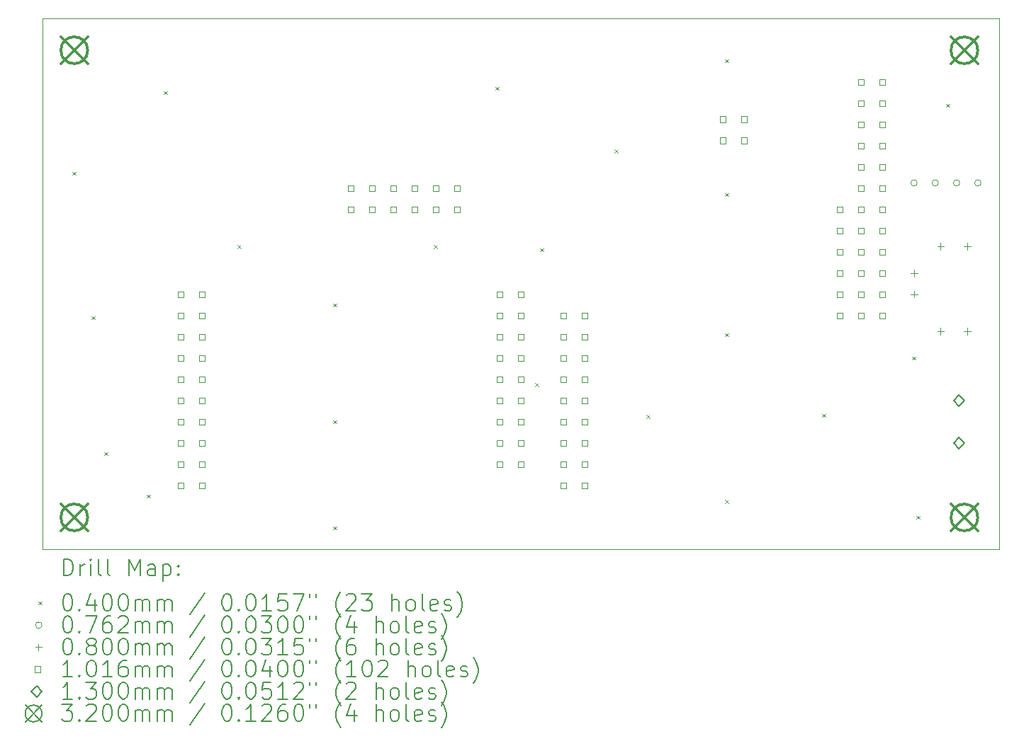
<source format=gbr>
%FSLAX45Y45*%
G04 Gerber Fmt 4.5, Leading zero omitted, Abs format (unit mm)*
G04 Created by KiCad (PCBNEW (6.0.5-0)) date 2022-08-12 12:05:39*
%MOMM*%
%LPD*%
G01*
G04 APERTURE LIST*
%TA.AperFunction,Profile*%
%ADD10C,0.100000*%
%TD*%
%ADD11C,0.200000*%
%ADD12C,0.040000*%
%ADD13C,0.076200*%
%ADD14C,0.080000*%
%ADD15C,0.101600*%
%ADD16C,0.130000*%
%ADD17C,0.320000*%
G04 APERTURE END LIST*
D10*
X9144000Y-6223000D02*
X20574000Y-6223000D01*
X20574000Y-6223000D02*
X20574000Y-12573000D01*
X20574000Y-12573000D02*
X9144000Y-12573000D01*
X9144000Y-12573000D02*
X9144000Y-6223000D01*
D11*
D12*
X9505000Y-8057200D02*
X9545000Y-8097200D01*
X9545000Y-8057200D02*
X9505000Y-8097200D01*
X9733600Y-9784400D02*
X9773600Y-9824400D01*
X9773600Y-9784400D02*
X9733600Y-9824400D01*
X9886000Y-11410000D02*
X9926000Y-11450000D01*
X9926000Y-11410000D02*
X9886000Y-11450000D01*
X10394000Y-11918000D02*
X10434000Y-11958000D01*
X10434000Y-11918000D02*
X10394000Y-11958000D01*
X10597200Y-7092000D02*
X10637200Y-7132000D01*
X10637200Y-7092000D02*
X10597200Y-7132000D01*
X11473500Y-8933500D02*
X11513500Y-8973500D01*
X11513500Y-8933500D02*
X11473500Y-8973500D01*
X12616500Y-9632000D02*
X12656500Y-9672000D01*
X12656500Y-9632000D02*
X12616500Y-9672000D01*
X12616500Y-11029000D02*
X12656500Y-11069000D01*
X12656500Y-11029000D02*
X12616500Y-11069000D01*
X12616500Y-12299000D02*
X12656500Y-12339000D01*
X12656500Y-12299000D02*
X12616500Y-12339000D01*
X13823000Y-8933500D02*
X13863000Y-8973500D01*
X13863000Y-8933500D02*
X13823000Y-8973500D01*
X14559600Y-7041200D02*
X14599600Y-7081200D01*
X14599600Y-7041200D02*
X14559600Y-7081200D01*
X15029500Y-10584500D02*
X15069500Y-10624500D01*
X15069500Y-10584500D02*
X15029500Y-10624500D01*
X15093000Y-8971600D02*
X15133000Y-9011600D01*
X15133000Y-8971600D02*
X15093000Y-9011600D01*
X15982000Y-7790500D02*
X16022000Y-7830500D01*
X16022000Y-7790500D02*
X15982000Y-7830500D01*
X16363000Y-10965500D02*
X16403000Y-11005500D01*
X16403000Y-10965500D02*
X16363000Y-11005500D01*
X17302800Y-6711000D02*
X17342800Y-6751000D01*
X17342800Y-6711000D02*
X17302800Y-6751000D01*
X17302800Y-8311200D02*
X17342800Y-8351200D01*
X17342800Y-8311200D02*
X17302800Y-8351200D01*
X17302800Y-9987600D02*
X17342800Y-10027600D01*
X17342800Y-9987600D02*
X17302800Y-10027600D01*
X17302800Y-11981500D02*
X17342800Y-12021500D01*
X17342800Y-11981500D02*
X17302800Y-12021500D01*
X18458500Y-10952800D02*
X18498500Y-10992800D01*
X18498500Y-10952800D02*
X18458500Y-10992800D01*
X19538000Y-10267000D02*
X19578000Y-10307000D01*
X19578000Y-10267000D02*
X19538000Y-10307000D01*
X19588800Y-12172000D02*
X19628800Y-12212000D01*
X19628800Y-12172000D02*
X19588800Y-12212000D01*
X19944400Y-7244400D02*
X19984400Y-7284400D01*
X19984400Y-7244400D02*
X19944400Y-7284400D01*
D13*
X19596100Y-8191500D02*
G75*
G03*
X19596100Y-8191500I-38100J0D01*
G01*
X19850100Y-8191500D02*
G75*
G03*
X19850100Y-8191500I-38100J0D01*
G01*
X20104100Y-8191500D02*
G75*
G03*
X20104100Y-8191500I-38100J0D01*
G01*
X20358100Y-8191500D02*
G75*
G03*
X20358100Y-8191500I-38100J0D01*
G01*
D14*
X19558000Y-9233000D02*
X19558000Y-9313000D01*
X19518000Y-9273000D02*
X19598000Y-9273000D01*
X19558000Y-9483000D02*
X19558000Y-9563000D01*
X19518000Y-9523000D02*
X19598000Y-9523000D01*
X19875500Y-8911500D02*
X19875500Y-8991500D01*
X19835500Y-8951500D02*
X19915500Y-8951500D01*
X19875500Y-9927500D02*
X19875500Y-10007500D01*
X19835500Y-9967500D02*
X19915500Y-9967500D01*
X20193000Y-8911500D02*
X20193000Y-8991500D01*
X20153000Y-8951500D02*
X20233000Y-8951500D01*
X20193000Y-9927500D02*
X20193000Y-10007500D01*
X20153000Y-9967500D02*
X20233000Y-9967500D01*
D15*
X10830921Y-9560921D02*
X10830921Y-9489079D01*
X10759079Y-9489079D01*
X10759079Y-9560921D01*
X10830921Y-9560921D01*
X10830921Y-9814921D02*
X10830921Y-9743079D01*
X10759079Y-9743079D01*
X10759079Y-9814921D01*
X10830921Y-9814921D01*
X10830921Y-10068921D02*
X10830921Y-9997079D01*
X10759079Y-9997079D01*
X10759079Y-10068921D01*
X10830921Y-10068921D01*
X10830921Y-10322921D02*
X10830921Y-10251079D01*
X10759079Y-10251079D01*
X10759079Y-10322921D01*
X10830921Y-10322921D01*
X10830921Y-10576921D02*
X10830921Y-10505079D01*
X10759079Y-10505079D01*
X10759079Y-10576921D01*
X10830921Y-10576921D01*
X10830921Y-10830921D02*
X10830921Y-10759079D01*
X10759079Y-10759079D01*
X10759079Y-10830921D01*
X10830921Y-10830921D01*
X10830921Y-11084921D02*
X10830921Y-11013079D01*
X10759079Y-11013079D01*
X10759079Y-11084921D01*
X10830921Y-11084921D01*
X10830921Y-11338921D02*
X10830921Y-11267079D01*
X10759079Y-11267079D01*
X10759079Y-11338921D01*
X10830921Y-11338921D01*
X10830921Y-11592921D02*
X10830921Y-11521079D01*
X10759079Y-11521079D01*
X10759079Y-11592921D01*
X10830921Y-11592921D01*
X10830921Y-11846921D02*
X10830921Y-11775079D01*
X10759079Y-11775079D01*
X10759079Y-11846921D01*
X10830921Y-11846921D01*
X11084921Y-9560921D02*
X11084921Y-9489079D01*
X11013079Y-9489079D01*
X11013079Y-9560921D01*
X11084921Y-9560921D01*
X11084921Y-9814921D02*
X11084921Y-9743079D01*
X11013079Y-9743079D01*
X11013079Y-9814921D01*
X11084921Y-9814921D01*
X11084921Y-10068921D02*
X11084921Y-9997079D01*
X11013079Y-9997079D01*
X11013079Y-10068921D01*
X11084921Y-10068921D01*
X11084921Y-10322921D02*
X11084921Y-10251079D01*
X11013079Y-10251079D01*
X11013079Y-10322921D01*
X11084921Y-10322921D01*
X11084921Y-10576921D02*
X11084921Y-10505079D01*
X11013079Y-10505079D01*
X11013079Y-10576921D01*
X11084921Y-10576921D01*
X11084921Y-10830921D02*
X11084921Y-10759079D01*
X11013079Y-10759079D01*
X11013079Y-10830921D01*
X11084921Y-10830921D01*
X11084921Y-11084921D02*
X11084921Y-11013079D01*
X11013079Y-11013079D01*
X11013079Y-11084921D01*
X11084921Y-11084921D01*
X11084921Y-11338921D02*
X11084921Y-11267079D01*
X11013079Y-11267079D01*
X11013079Y-11338921D01*
X11084921Y-11338921D01*
X11084921Y-11592921D02*
X11084921Y-11521079D01*
X11013079Y-11521079D01*
X11013079Y-11592921D01*
X11084921Y-11592921D01*
X11084921Y-11846921D02*
X11084921Y-11775079D01*
X11013079Y-11775079D01*
X11013079Y-11846921D01*
X11084921Y-11846921D01*
X12862921Y-8290921D02*
X12862921Y-8219079D01*
X12791079Y-8219079D01*
X12791079Y-8290921D01*
X12862921Y-8290921D01*
X12862921Y-8544921D02*
X12862921Y-8473079D01*
X12791079Y-8473079D01*
X12791079Y-8544921D01*
X12862921Y-8544921D01*
X13116921Y-8290921D02*
X13116921Y-8219079D01*
X13045079Y-8219079D01*
X13045079Y-8290921D01*
X13116921Y-8290921D01*
X13116921Y-8544921D02*
X13116921Y-8473079D01*
X13045079Y-8473079D01*
X13045079Y-8544921D01*
X13116921Y-8544921D01*
X13370921Y-8290921D02*
X13370921Y-8219079D01*
X13299079Y-8219079D01*
X13299079Y-8290921D01*
X13370921Y-8290921D01*
X13370921Y-8544921D02*
X13370921Y-8473079D01*
X13299079Y-8473079D01*
X13299079Y-8544921D01*
X13370921Y-8544921D01*
X13624921Y-8290921D02*
X13624921Y-8219079D01*
X13553079Y-8219079D01*
X13553079Y-8290921D01*
X13624921Y-8290921D01*
X13624921Y-8544921D02*
X13624921Y-8473079D01*
X13553079Y-8473079D01*
X13553079Y-8544921D01*
X13624921Y-8544921D01*
X13878921Y-8290921D02*
X13878921Y-8219079D01*
X13807079Y-8219079D01*
X13807079Y-8290921D01*
X13878921Y-8290921D01*
X13878921Y-8544921D02*
X13878921Y-8473079D01*
X13807079Y-8473079D01*
X13807079Y-8544921D01*
X13878921Y-8544921D01*
X14132921Y-8290921D02*
X14132921Y-8219079D01*
X14061079Y-8219079D01*
X14061079Y-8290921D01*
X14132921Y-8290921D01*
X14132921Y-8544921D02*
X14132921Y-8473079D01*
X14061079Y-8473079D01*
X14061079Y-8544921D01*
X14132921Y-8544921D01*
X14640921Y-9560921D02*
X14640921Y-9489079D01*
X14569079Y-9489079D01*
X14569079Y-9560921D01*
X14640921Y-9560921D01*
X14640921Y-9814921D02*
X14640921Y-9743079D01*
X14569079Y-9743079D01*
X14569079Y-9814921D01*
X14640921Y-9814921D01*
X14640921Y-10068921D02*
X14640921Y-9997079D01*
X14569079Y-9997079D01*
X14569079Y-10068921D01*
X14640921Y-10068921D01*
X14640921Y-10322921D02*
X14640921Y-10251079D01*
X14569079Y-10251079D01*
X14569079Y-10322921D01*
X14640921Y-10322921D01*
X14640921Y-10576921D02*
X14640921Y-10505079D01*
X14569079Y-10505079D01*
X14569079Y-10576921D01*
X14640921Y-10576921D01*
X14640921Y-10830921D02*
X14640921Y-10759079D01*
X14569079Y-10759079D01*
X14569079Y-10830921D01*
X14640921Y-10830921D01*
X14640921Y-11084921D02*
X14640921Y-11013079D01*
X14569079Y-11013079D01*
X14569079Y-11084921D01*
X14640921Y-11084921D01*
X14640921Y-11338921D02*
X14640921Y-11267079D01*
X14569079Y-11267079D01*
X14569079Y-11338921D01*
X14640921Y-11338921D01*
X14640921Y-11592921D02*
X14640921Y-11521079D01*
X14569079Y-11521079D01*
X14569079Y-11592921D01*
X14640921Y-11592921D01*
X14894921Y-9560921D02*
X14894921Y-9489079D01*
X14823079Y-9489079D01*
X14823079Y-9560921D01*
X14894921Y-9560921D01*
X14894921Y-9814921D02*
X14894921Y-9743079D01*
X14823079Y-9743079D01*
X14823079Y-9814921D01*
X14894921Y-9814921D01*
X14894921Y-10068921D02*
X14894921Y-9997079D01*
X14823079Y-9997079D01*
X14823079Y-10068921D01*
X14894921Y-10068921D01*
X14894921Y-10322921D02*
X14894921Y-10251079D01*
X14823079Y-10251079D01*
X14823079Y-10322921D01*
X14894921Y-10322921D01*
X14894921Y-10576921D02*
X14894921Y-10505079D01*
X14823079Y-10505079D01*
X14823079Y-10576921D01*
X14894921Y-10576921D01*
X14894921Y-10830921D02*
X14894921Y-10759079D01*
X14823079Y-10759079D01*
X14823079Y-10830921D01*
X14894921Y-10830921D01*
X14894921Y-11084921D02*
X14894921Y-11013079D01*
X14823079Y-11013079D01*
X14823079Y-11084921D01*
X14894921Y-11084921D01*
X14894921Y-11338921D02*
X14894921Y-11267079D01*
X14823079Y-11267079D01*
X14823079Y-11338921D01*
X14894921Y-11338921D01*
X14894921Y-11592921D02*
X14894921Y-11521079D01*
X14823079Y-11521079D01*
X14823079Y-11592921D01*
X14894921Y-11592921D01*
X15402921Y-9814921D02*
X15402921Y-9743079D01*
X15331079Y-9743079D01*
X15331079Y-9814921D01*
X15402921Y-9814921D01*
X15402921Y-10068921D02*
X15402921Y-9997079D01*
X15331079Y-9997079D01*
X15331079Y-10068921D01*
X15402921Y-10068921D01*
X15402921Y-10322921D02*
X15402921Y-10251079D01*
X15331079Y-10251079D01*
X15331079Y-10322921D01*
X15402921Y-10322921D01*
X15402921Y-10576921D02*
X15402921Y-10505079D01*
X15331079Y-10505079D01*
X15331079Y-10576921D01*
X15402921Y-10576921D01*
X15402921Y-10830921D02*
X15402921Y-10759079D01*
X15331079Y-10759079D01*
X15331079Y-10830921D01*
X15402921Y-10830921D01*
X15402921Y-11084921D02*
X15402921Y-11013079D01*
X15331079Y-11013079D01*
X15331079Y-11084921D01*
X15402921Y-11084921D01*
X15402921Y-11338921D02*
X15402921Y-11267079D01*
X15331079Y-11267079D01*
X15331079Y-11338921D01*
X15402921Y-11338921D01*
X15402921Y-11592921D02*
X15402921Y-11521079D01*
X15331079Y-11521079D01*
X15331079Y-11592921D01*
X15402921Y-11592921D01*
X15402921Y-11846921D02*
X15402921Y-11775079D01*
X15331079Y-11775079D01*
X15331079Y-11846921D01*
X15402921Y-11846921D01*
X15656921Y-9814921D02*
X15656921Y-9743079D01*
X15585079Y-9743079D01*
X15585079Y-9814921D01*
X15656921Y-9814921D01*
X15656921Y-10068921D02*
X15656921Y-9997079D01*
X15585079Y-9997079D01*
X15585079Y-10068921D01*
X15656921Y-10068921D01*
X15656921Y-10322921D02*
X15656921Y-10251079D01*
X15585079Y-10251079D01*
X15585079Y-10322921D01*
X15656921Y-10322921D01*
X15656921Y-10576921D02*
X15656921Y-10505079D01*
X15585079Y-10505079D01*
X15585079Y-10576921D01*
X15656921Y-10576921D01*
X15656921Y-10830921D02*
X15656921Y-10759079D01*
X15585079Y-10759079D01*
X15585079Y-10830921D01*
X15656921Y-10830921D01*
X15656921Y-11084921D02*
X15656921Y-11013079D01*
X15585079Y-11013079D01*
X15585079Y-11084921D01*
X15656921Y-11084921D01*
X15656921Y-11338921D02*
X15656921Y-11267079D01*
X15585079Y-11267079D01*
X15585079Y-11338921D01*
X15656921Y-11338921D01*
X15656921Y-11592921D02*
X15656921Y-11521079D01*
X15585079Y-11521079D01*
X15585079Y-11592921D01*
X15656921Y-11592921D01*
X15656921Y-11846921D02*
X15656921Y-11775079D01*
X15585079Y-11775079D01*
X15585079Y-11846921D01*
X15656921Y-11846921D01*
X17307921Y-7465421D02*
X17307921Y-7393579D01*
X17236079Y-7393579D01*
X17236079Y-7465421D01*
X17307921Y-7465421D01*
X17307921Y-7719421D02*
X17307921Y-7647579D01*
X17236079Y-7647579D01*
X17236079Y-7719421D01*
X17307921Y-7719421D01*
X17561921Y-7465421D02*
X17561921Y-7393579D01*
X17490079Y-7393579D01*
X17490079Y-7465421D01*
X17561921Y-7465421D01*
X17561921Y-7719421D02*
X17561921Y-7647579D01*
X17490079Y-7647579D01*
X17490079Y-7719421D01*
X17561921Y-7719421D01*
X18704921Y-8544921D02*
X18704921Y-8473079D01*
X18633079Y-8473079D01*
X18633079Y-8544921D01*
X18704921Y-8544921D01*
X18704921Y-8798921D02*
X18704921Y-8727079D01*
X18633079Y-8727079D01*
X18633079Y-8798921D01*
X18704921Y-8798921D01*
X18704921Y-9052921D02*
X18704921Y-8981079D01*
X18633079Y-8981079D01*
X18633079Y-9052921D01*
X18704921Y-9052921D01*
X18704921Y-9306921D02*
X18704921Y-9235079D01*
X18633079Y-9235079D01*
X18633079Y-9306921D01*
X18704921Y-9306921D01*
X18704921Y-9560921D02*
X18704921Y-9489079D01*
X18633079Y-9489079D01*
X18633079Y-9560921D01*
X18704921Y-9560921D01*
X18704921Y-9814921D02*
X18704921Y-9743079D01*
X18633079Y-9743079D01*
X18633079Y-9814921D01*
X18704921Y-9814921D01*
X18958921Y-7020921D02*
X18958921Y-6949079D01*
X18887079Y-6949079D01*
X18887079Y-7020921D01*
X18958921Y-7020921D01*
X18958921Y-7274921D02*
X18958921Y-7203079D01*
X18887079Y-7203079D01*
X18887079Y-7274921D01*
X18958921Y-7274921D01*
X18958921Y-7528921D02*
X18958921Y-7457079D01*
X18887079Y-7457079D01*
X18887079Y-7528921D01*
X18958921Y-7528921D01*
X18958921Y-7782921D02*
X18958921Y-7711079D01*
X18887079Y-7711079D01*
X18887079Y-7782921D01*
X18958921Y-7782921D01*
X18958921Y-8036921D02*
X18958921Y-7965079D01*
X18887079Y-7965079D01*
X18887079Y-8036921D01*
X18958921Y-8036921D01*
X18958921Y-8290921D02*
X18958921Y-8219079D01*
X18887079Y-8219079D01*
X18887079Y-8290921D01*
X18958921Y-8290921D01*
X18958921Y-8544921D02*
X18958921Y-8473079D01*
X18887079Y-8473079D01*
X18887079Y-8544921D01*
X18958921Y-8544921D01*
X18958921Y-8798921D02*
X18958921Y-8727079D01*
X18887079Y-8727079D01*
X18887079Y-8798921D01*
X18958921Y-8798921D01*
X18958921Y-9052921D02*
X18958921Y-8981079D01*
X18887079Y-8981079D01*
X18887079Y-9052921D01*
X18958921Y-9052921D01*
X18958921Y-9306921D02*
X18958921Y-9235079D01*
X18887079Y-9235079D01*
X18887079Y-9306921D01*
X18958921Y-9306921D01*
X18958921Y-9560921D02*
X18958921Y-9489079D01*
X18887079Y-9489079D01*
X18887079Y-9560921D01*
X18958921Y-9560921D01*
X18958921Y-9814921D02*
X18958921Y-9743079D01*
X18887079Y-9743079D01*
X18887079Y-9814921D01*
X18958921Y-9814921D01*
X19212921Y-7020921D02*
X19212921Y-6949079D01*
X19141079Y-6949079D01*
X19141079Y-7020921D01*
X19212921Y-7020921D01*
X19212921Y-7274921D02*
X19212921Y-7203079D01*
X19141079Y-7203079D01*
X19141079Y-7274921D01*
X19212921Y-7274921D01*
X19212921Y-7528921D02*
X19212921Y-7457079D01*
X19141079Y-7457079D01*
X19141079Y-7528921D01*
X19212921Y-7528921D01*
X19212921Y-7782921D02*
X19212921Y-7711079D01*
X19141079Y-7711079D01*
X19141079Y-7782921D01*
X19212921Y-7782921D01*
X19212921Y-8036921D02*
X19212921Y-7965079D01*
X19141079Y-7965079D01*
X19141079Y-8036921D01*
X19212921Y-8036921D01*
X19212921Y-8290921D02*
X19212921Y-8219079D01*
X19141079Y-8219079D01*
X19141079Y-8290921D01*
X19212921Y-8290921D01*
X19212921Y-8544921D02*
X19212921Y-8473079D01*
X19141079Y-8473079D01*
X19141079Y-8544921D01*
X19212921Y-8544921D01*
X19212921Y-8798921D02*
X19212921Y-8727079D01*
X19141079Y-8727079D01*
X19141079Y-8798921D01*
X19212921Y-8798921D01*
X19212921Y-9052921D02*
X19212921Y-8981079D01*
X19141079Y-8981079D01*
X19141079Y-9052921D01*
X19212921Y-9052921D01*
X19212921Y-9306921D02*
X19212921Y-9235079D01*
X19141079Y-9235079D01*
X19141079Y-9306921D01*
X19212921Y-9306921D01*
X19212921Y-9560921D02*
X19212921Y-9489079D01*
X19141079Y-9489079D01*
X19141079Y-9560921D01*
X19212921Y-9560921D01*
X19212921Y-9814921D02*
X19212921Y-9743079D01*
X19141079Y-9743079D01*
X19141079Y-9814921D01*
X19212921Y-9814921D01*
D16*
X20096500Y-10860500D02*
X20161500Y-10795500D01*
X20096500Y-10730500D01*
X20031500Y-10795500D01*
X20096500Y-10860500D01*
X20096500Y-11368500D02*
X20161500Y-11303500D01*
X20096500Y-11238500D01*
X20031500Y-11303500D01*
X20096500Y-11368500D01*
D17*
X9365000Y-6444000D02*
X9685000Y-6764000D01*
X9685000Y-6444000D02*
X9365000Y-6764000D01*
X9685000Y-6604000D02*
G75*
G03*
X9685000Y-6604000I-160000J0D01*
G01*
X9365000Y-12032000D02*
X9685000Y-12352000D01*
X9685000Y-12032000D02*
X9365000Y-12352000D01*
X9685000Y-12192000D02*
G75*
G03*
X9685000Y-12192000I-160000J0D01*
G01*
X20000000Y-12032500D02*
X20320000Y-12352500D01*
X20320000Y-12032500D02*
X20000000Y-12352500D01*
X20320000Y-12192500D02*
G75*
G03*
X20320000Y-12192500I-160000J0D01*
G01*
X20000000Y-6444500D02*
X20320000Y-6764500D01*
X20320000Y-6444500D02*
X20000000Y-6764500D01*
X20320000Y-6604500D02*
G75*
G03*
X20320000Y-6604500I-160000J0D01*
G01*
D11*
X9396619Y-12888476D02*
X9396619Y-12688476D01*
X9444238Y-12688476D01*
X9472810Y-12698000D01*
X9491857Y-12717048D01*
X9501381Y-12736095D01*
X9510905Y-12774190D01*
X9510905Y-12802762D01*
X9501381Y-12840857D01*
X9491857Y-12859905D01*
X9472810Y-12878952D01*
X9444238Y-12888476D01*
X9396619Y-12888476D01*
X9596619Y-12888476D02*
X9596619Y-12755143D01*
X9596619Y-12793238D02*
X9606143Y-12774190D01*
X9615667Y-12764667D01*
X9634714Y-12755143D01*
X9653762Y-12755143D01*
X9720429Y-12888476D02*
X9720429Y-12755143D01*
X9720429Y-12688476D02*
X9710905Y-12698000D01*
X9720429Y-12707524D01*
X9729952Y-12698000D01*
X9720429Y-12688476D01*
X9720429Y-12707524D01*
X9844238Y-12888476D02*
X9825190Y-12878952D01*
X9815667Y-12859905D01*
X9815667Y-12688476D01*
X9949000Y-12888476D02*
X9929952Y-12878952D01*
X9920429Y-12859905D01*
X9920429Y-12688476D01*
X10177571Y-12888476D02*
X10177571Y-12688476D01*
X10244238Y-12831333D01*
X10310905Y-12688476D01*
X10310905Y-12888476D01*
X10491857Y-12888476D02*
X10491857Y-12783714D01*
X10482333Y-12764667D01*
X10463286Y-12755143D01*
X10425190Y-12755143D01*
X10406143Y-12764667D01*
X10491857Y-12878952D02*
X10472810Y-12888476D01*
X10425190Y-12888476D01*
X10406143Y-12878952D01*
X10396619Y-12859905D01*
X10396619Y-12840857D01*
X10406143Y-12821809D01*
X10425190Y-12812286D01*
X10472810Y-12812286D01*
X10491857Y-12802762D01*
X10587095Y-12755143D02*
X10587095Y-12955143D01*
X10587095Y-12764667D02*
X10606143Y-12755143D01*
X10644238Y-12755143D01*
X10663286Y-12764667D01*
X10672810Y-12774190D01*
X10682333Y-12793238D01*
X10682333Y-12850381D01*
X10672810Y-12869428D01*
X10663286Y-12878952D01*
X10644238Y-12888476D01*
X10606143Y-12888476D01*
X10587095Y-12878952D01*
X10768048Y-12869428D02*
X10777571Y-12878952D01*
X10768048Y-12888476D01*
X10758524Y-12878952D01*
X10768048Y-12869428D01*
X10768048Y-12888476D01*
X10768048Y-12764667D02*
X10777571Y-12774190D01*
X10768048Y-12783714D01*
X10758524Y-12774190D01*
X10768048Y-12764667D01*
X10768048Y-12783714D01*
D12*
X9099000Y-13198000D02*
X9139000Y-13238000D01*
X9139000Y-13198000D02*
X9099000Y-13238000D01*
D11*
X9434714Y-13108476D02*
X9453762Y-13108476D01*
X9472810Y-13118000D01*
X9482333Y-13127524D01*
X9491857Y-13146571D01*
X9501381Y-13184667D01*
X9501381Y-13232286D01*
X9491857Y-13270381D01*
X9482333Y-13289428D01*
X9472810Y-13298952D01*
X9453762Y-13308476D01*
X9434714Y-13308476D01*
X9415667Y-13298952D01*
X9406143Y-13289428D01*
X9396619Y-13270381D01*
X9387095Y-13232286D01*
X9387095Y-13184667D01*
X9396619Y-13146571D01*
X9406143Y-13127524D01*
X9415667Y-13118000D01*
X9434714Y-13108476D01*
X9587095Y-13289428D02*
X9596619Y-13298952D01*
X9587095Y-13308476D01*
X9577571Y-13298952D01*
X9587095Y-13289428D01*
X9587095Y-13308476D01*
X9768048Y-13175143D02*
X9768048Y-13308476D01*
X9720429Y-13098952D02*
X9672810Y-13241809D01*
X9796619Y-13241809D01*
X9910905Y-13108476D02*
X9929952Y-13108476D01*
X9949000Y-13118000D01*
X9958524Y-13127524D01*
X9968048Y-13146571D01*
X9977571Y-13184667D01*
X9977571Y-13232286D01*
X9968048Y-13270381D01*
X9958524Y-13289428D01*
X9949000Y-13298952D01*
X9929952Y-13308476D01*
X9910905Y-13308476D01*
X9891857Y-13298952D01*
X9882333Y-13289428D01*
X9872810Y-13270381D01*
X9863286Y-13232286D01*
X9863286Y-13184667D01*
X9872810Y-13146571D01*
X9882333Y-13127524D01*
X9891857Y-13118000D01*
X9910905Y-13108476D01*
X10101381Y-13108476D02*
X10120429Y-13108476D01*
X10139476Y-13118000D01*
X10149000Y-13127524D01*
X10158524Y-13146571D01*
X10168048Y-13184667D01*
X10168048Y-13232286D01*
X10158524Y-13270381D01*
X10149000Y-13289428D01*
X10139476Y-13298952D01*
X10120429Y-13308476D01*
X10101381Y-13308476D01*
X10082333Y-13298952D01*
X10072810Y-13289428D01*
X10063286Y-13270381D01*
X10053762Y-13232286D01*
X10053762Y-13184667D01*
X10063286Y-13146571D01*
X10072810Y-13127524D01*
X10082333Y-13118000D01*
X10101381Y-13108476D01*
X10253762Y-13308476D02*
X10253762Y-13175143D01*
X10253762Y-13194190D02*
X10263286Y-13184667D01*
X10282333Y-13175143D01*
X10310905Y-13175143D01*
X10329952Y-13184667D01*
X10339476Y-13203714D01*
X10339476Y-13308476D01*
X10339476Y-13203714D02*
X10349000Y-13184667D01*
X10368048Y-13175143D01*
X10396619Y-13175143D01*
X10415667Y-13184667D01*
X10425190Y-13203714D01*
X10425190Y-13308476D01*
X10520429Y-13308476D02*
X10520429Y-13175143D01*
X10520429Y-13194190D02*
X10529952Y-13184667D01*
X10549000Y-13175143D01*
X10577571Y-13175143D01*
X10596619Y-13184667D01*
X10606143Y-13203714D01*
X10606143Y-13308476D01*
X10606143Y-13203714D02*
X10615667Y-13184667D01*
X10634714Y-13175143D01*
X10663286Y-13175143D01*
X10682333Y-13184667D01*
X10691857Y-13203714D01*
X10691857Y-13308476D01*
X11082333Y-13098952D02*
X10910905Y-13356095D01*
X11339476Y-13108476D02*
X11358524Y-13108476D01*
X11377571Y-13118000D01*
X11387095Y-13127524D01*
X11396619Y-13146571D01*
X11406143Y-13184667D01*
X11406143Y-13232286D01*
X11396619Y-13270381D01*
X11387095Y-13289428D01*
X11377571Y-13298952D01*
X11358524Y-13308476D01*
X11339476Y-13308476D01*
X11320428Y-13298952D01*
X11310905Y-13289428D01*
X11301381Y-13270381D01*
X11291857Y-13232286D01*
X11291857Y-13184667D01*
X11301381Y-13146571D01*
X11310905Y-13127524D01*
X11320428Y-13118000D01*
X11339476Y-13108476D01*
X11491857Y-13289428D02*
X11501381Y-13298952D01*
X11491857Y-13308476D01*
X11482333Y-13298952D01*
X11491857Y-13289428D01*
X11491857Y-13308476D01*
X11625190Y-13108476D02*
X11644238Y-13108476D01*
X11663286Y-13118000D01*
X11672809Y-13127524D01*
X11682333Y-13146571D01*
X11691857Y-13184667D01*
X11691857Y-13232286D01*
X11682333Y-13270381D01*
X11672809Y-13289428D01*
X11663286Y-13298952D01*
X11644238Y-13308476D01*
X11625190Y-13308476D01*
X11606143Y-13298952D01*
X11596619Y-13289428D01*
X11587095Y-13270381D01*
X11577571Y-13232286D01*
X11577571Y-13184667D01*
X11587095Y-13146571D01*
X11596619Y-13127524D01*
X11606143Y-13118000D01*
X11625190Y-13108476D01*
X11882333Y-13308476D02*
X11768048Y-13308476D01*
X11825190Y-13308476D02*
X11825190Y-13108476D01*
X11806143Y-13137048D01*
X11787095Y-13156095D01*
X11768048Y-13165619D01*
X12063286Y-13108476D02*
X11968048Y-13108476D01*
X11958524Y-13203714D01*
X11968048Y-13194190D01*
X11987095Y-13184667D01*
X12034714Y-13184667D01*
X12053762Y-13194190D01*
X12063286Y-13203714D01*
X12072809Y-13222762D01*
X12072809Y-13270381D01*
X12063286Y-13289428D01*
X12053762Y-13298952D01*
X12034714Y-13308476D01*
X11987095Y-13308476D01*
X11968048Y-13298952D01*
X11958524Y-13289428D01*
X12139476Y-13108476D02*
X12272809Y-13108476D01*
X12187095Y-13308476D01*
X12339476Y-13108476D02*
X12339476Y-13146571D01*
X12415667Y-13108476D02*
X12415667Y-13146571D01*
X12710905Y-13384667D02*
X12701381Y-13375143D01*
X12682333Y-13346571D01*
X12672809Y-13327524D01*
X12663286Y-13298952D01*
X12653762Y-13251333D01*
X12653762Y-13213238D01*
X12663286Y-13165619D01*
X12672809Y-13137048D01*
X12682333Y-13118000D01*
X12701381Y-13089428D01*
X12710905Y-13079905D01*
X12777571Y-13127524D02*
X12787095Y-13118000D01*
X12806143Y-13108476D01*
X12853762Y-13108476D01*
X12872809Y-13118000D01*
X12882333Y-13127524D01*
X12891857Y-13146571D01*
X12891857Y-13165619D01*
X12882333Y-13194190D01*
X12768048Y-13308476D01*
X12891857Y-13308476D01*
X12958524Y-13108476D02*
X13082333Y-13108476D01*
X13015667Y-13184667D01*
X13044238Y-13184667D01*
X13063286Y-13194190D01*
X13072809Y-13203714D01*
X13082333Y-13222762D01*
X13082333Y-13270381D01*
X13072809Y-13289428D01*
X13063286Y-13298952D01*
X13044238Y-13308476D01*
X12987095Y-13308476D01*
X12968048Y-13298952D01*
X12958524Y-13289428D01*
X13320428Y-13308476D02*
X13320428Y-13108476D01*
X13406143Y-13308476D02*
X13406143Y-13203714D01*
X13396619Y-13184667D01*
X13377571Y-13175143D01*
X13349000Y-13175143D01*
X13329952Y-13184667D01*
X13320428Y-13194190D01*
X13529952Y-13308476D02*
X13510905Y-13298952D01*
X13501381Y-13289428D01*
X13491857Y-13270381D01*
X13491857Y-13213238D01*
X13501381Y-13194190D01*
X13510905Y-13184667D01*
X13529952Y-13175143D01*
X13558524Y-13175143D01*
X13577571Y-13184667D01*
X13587095Y-13194190D01*
X13596619Y-13213238D01*
X13596619Y-13270381D01*
X13587095Y-13289428D01*
X13577571Y-13298952D01*
X13558524Y-13308476D01*
X13529952Y-13308476D01*
X13710905Y-13308476D02*
X13691857Y-13298952D01*
X13682333Y-13279905D01*
X13682333Y-13108476D01*
X13863286Y-13298952D02*
X13844238Y-13308476D01*
X13806143Y-13308476D01*
X13787095Y-13298952D01*
X13777571Y-13279905D01*
X13777571Y-13203714D01*
X13787095Y-13184667D01*
X13806143Y-13175143D01*
X13844238Y-13175143D01*
X13863286Y-13184667D01*
X13872809Y-13203714D01*
X13872809Y-13222762D01*
X13777571Y-13241809D01*
X13949000Y-13298952D02*
X13968048Y-13308476D01*
X14006143Y-13308476D01*
X14025190Y-13298952D01*
X14034714Y-13279905D01*
X14034714Y-13270381D01*
X14025190Y-13251333D01*
X14006143Y-13241809D01*
X13977571Y-13241809D01*
X13958524Y-13232286D01*
X13949000Y-13213238D01*
X13949000Y-13203714D01*
X13958524Y-13184667D01*
X13977571Y-13175143D01*
X14006143Y-13175143D01*
X14025190Y-13184667D01*
X14101381Y-13384667D02*
X14110905Y-13375143D01*
X14129952Y-13346571D01*
X14139476Y-13327524D01*
X14149000Y-13298952D01*
X14158524Y-13251333D01*
X14158524Y-13213238D01*
X14149000Y-13165619D01*
X14139476Y-13137048D01*
X14129952Y-13118000D01*
X14110905Y-13089428D01*
X14101381Y-13079905D01*
D13*
X9139000Y-13482000D02*
G75*
G03*
X9139000Y-13482000I-38100J0D01*
G01*
D11*
X9434714Y-13372476D02*
X9453762Y-13372476D01*
X9472810Y-13382000D01*
X9482333Y-13391524D01*
X9491857Y-13410571D01*
X9501381Y-13448667D01*
X9501381Y-13496286D01*
X9491857Y-13534381D01*
X9482333Y-13553428D01*
X9472810Y-13562952D01*
X9453762Y-13572476D01*
X9434714Y-13572476D01*
X9415667Y-13562952D01*
X9406143Y-13553428D01*
X9396619Y-13534381D01*
X9387095Y-13496286D01*
X9387095Y-13448667D01*
X9396619Y-13410571D01*
X9406143Y-13391524D01*
X9415667Y-13382000D01*
X9434714Y-13372476D01*
X9587095Y-13553428D02*
X9596619Y-13562952D01*
X9587095Y-13572476D01*
X9577571Y-13562952D01*
X9587095Y-13553428D01*
X9587095Y-13572476D01*
X9663286Y-13372476D02*
X9796619Y-13372476D01*
X9710905Y-13572476D01*
X9958524Y-13372476D02*
X9920429Y-13372476D01*
X9901381Y-13382000D01*
X9891857Y-13391524D01*
X9872810Y-13420095D01*
X9863286Y-13458190D01*
X9863286Y-13534381D01*
X9872810Y-13553428D01*
X9882333Y-13562952D01*
X9901381Y-13572476D01*
X9939476Y-13572476D01*
X9958524Y-13562952D01*
X9968048Y-13553428D01*
X9977571Y-13534381D01*
X9977571Y-13486762D01*
X9968048Y-13467714D01*
X9958524Y-13458190D01*
X9939476Y-13448667D01*
X9901381Y-13448667D01*
X9882333Y-13458190D01*
X9872810Y-13467714D01*
X9863286Y-13486762D01*
X10053762Y-13391524D02*
X10063286Y-13382000D01*
X10082333Y-13372476D01*
X10129952Y-13372476D01*
X10149000Y-13382000D01*
X10158524Y-13391524D01*
X10168048Y-13410571D01*
X10168048Y-13429619D01*
X10158524Y-13458190D01*
X10044238Y-13572476D01*
X10168048Y-13572476D01*
X10253762Y-13572476D02*
X10253762Y-13439143D01*
X10253762Y-13458190D02*
X10263286Y-13448667D01*
X10282333Y-13439143D01*
X10310905Y-13439143D01*
X10329952Y-13448667D01*
X10339476Y-13467714D01*
X10339476Y-13572476D01*
X10339476Y-13467714D02*
X10349000Y-13448667D01*
X10368048Y-13439143D01*
X10396619Y-13439143D01*
X10415667Y-13448667D01*
X10425190Y-13467714D01*
X10425190Y-13572476D01*
X10520429Y-13572476D02*
X10520429Y-13439143D01*
X10520429Y-13458190D02*
X10529952Y-13448667D01*
X10549000Y-13439143D01*
X10577571Y-13439143D01*
X10596619Y-13448667D01*
X10606143Y-13467714D01*
X10606143Y-13572476D01*
X10606143Y-13467714D02*
X10615667Y-13448667D01*
X10634714Y-13439143D01*
X10663286Y-13439143D01*
X10682333Y-13448667D01*
X10691857Y-13467714D01*
X10691857Y-13572476D01*
X11082333Y-13362952D02*
X10910905Y-13620095D01*
X11339476Y-13372476D02*
X11358524Y-13372476D01*
X11377571Y-13382000D01*
X11387095Y-13391524D01*
X11396619Y-13410571D01*
X11406143Y-13448667D01*
X11406143Y-13496286D01*
X11396619Y-13534381D01*
X11387095Y-13553428D01*
X11377571Y-13562952D01*
X11358524Y-13572476D01*
X11339476Y-13572476D01*
X11320428Y-13562952D01*
X11310905Y-13553428D01*
X11301381Y-13534381D01*
X11291857Y-13496286D01*
X11291857Y-13448667D01*
X11301381Y-13410571D01*
X11310905Y-13391524D01*
X11320428Y-13382000D01*
X11339476Y-13372476D01*
X11491857Y-13553428D02*
X11501381Y-13562952D01*
X11491857Y-13572476D01*
X11482333Y-13562952D01*
X11491857Y-13553428D01*
X11491857Y-13572476D01*
X11625190Y-13372476D02*
X11644238Y-13372476D01*
X11663286Y-13382000D01*
X11672809Y-13391524D01*
X11682333Y-13410571D01*
X11691857Y-13448667D01*
X11691857Y-13496286D01*
X11682333Y-13534381D01*
X11672809Y-13553428D01*
X11663286Y-13562952D01*
X11644238Y-13572476D01*
X11625190Y-13572476D01*
X11606143Y-13562952D01*
X11596619Y-13553428D01*
X11587095Y-13534381D01*
X11577571Y-13496286D01*
X11577571Y-13448667D01*
X11587095Y-13410571D01*
X11596619Y-13391524D01*
X11606143Y-13382000D01*
X11625190Y-13372476D01*
X11758524Y-13372476D02*
X11882333Y-13372476D01*
X11815667Y-13448667D01*
X11844238Y-13448667D01*
X11863286Y-13458190D01*
X11872809Y-13467714D01*
X11882333Y-13486762D01*
X11882333Y-13534381D01*
X11872809Y-13553428D01*
X11863286Y-13562952D01*
X11844238Y-13572476D01*
X11787095Y-13572476D01*
X11768048Y-13562952D01*
X11758524Y-13553428D01*
X12006143Y-13372476D02*
X12025190Y-13372476D01*
X12044238Y-13382000D01*
X12053762Y-13391524D01*
X12063286Y-13410571D01*
X12072809Y-13448667D01*
X12072809Y-13496286D01*
X12063286Y-13534381D01*
X12053762Y-13553428D01*
X12044238Y-13562952D01*
X12025190Y-13572476D01*
X12006143Y-13572476D01*
X11987095Y-13562952D01*
X11977571Y-13553428D01*
X11968048Y-13534381D01*
X11958524Y-13496286D01*
X11958524Y-13448667D01*
X11968048Y-13410571D01*
X11977571Y-13391524D01*
X11987095Y-13382000D01*
X12006143Y-13372476D01*
X12196619Y-13372476D02*
X12215667Y-13372476D01*
X12234714Y-13382000D01*
X12244238Y-13391524D01*
X12253762Y-13410571D01*
X12263286Y-13448667D01*
X12263286Y-13496286D01*
X12253762Y-13534381D01*
X12244238Y-13553428D01*
X12234714Y-13562952D01*
X12215667Y-13572476D01*
X12196619Y-13572476D01*
X12177571Y-13562952D01*
X12168048Y-13553428D01*
X12158524Y-13534381D01*
X12149000Y-13496286D01*
X12149000Y-13448667D01*
X12158524Y-13410571D01*
X12168048Y-13391524D01*
X12177571Y-13382000D01*
X12196619Y-13372476D01*
X12339476Y-13372476D02*
X12339476Y-13410571D01*
X12415667Y-13372476D02*
X12415667Y-13410571D01*
X12710905Y-13648667D02*
X12701381Y-13639143D01*
X12682333Y-13610571D01*
X12672809Y-13591524D01*
X12663286Y-13562952D01*
X12653762Y-13515333D01*
X12653762Y-13477238D01*
X12663286Y-13429619D01*
X12672809Y-13401048D01*
X12682333Y-13382000D01*
X12701381Y-13353428D01*
X12710905Y-13343905D01*
X12872809Y-13439143D02*
X12872809Y-13572476D01*
X12825190Y-13362952D02*
X12777571Y-13505809D01*
X12901381Y-13505809D01*
X13129952Y-13572476D02*
X13129952Y-13372476D01*
X13215667Y-13572476D02*
X13215667Y-13467714D01*
X13206143Y-13448667D01*
X13187095Y-13439143D01*
X13158524Y-13439143D01*
X13139476Y-13448667D01*
X13129952Y-13458190D01*
X13339476Y-13572476D02*
X13320428Y-13562952D01*
X13310905Y-13553428D01*
X13301381Y-13534381D01*
X13301381Y-13477238D01*
X13310905Y-13458190D01*
X13320428Y-13448667D01*
X13339476Y-13439143D01*
X13368048Y-13439143D01*
X13387095Y-13448667D01*
X13396619Y-13458190D01*
X13406143Y-13477238D01*
X13406143Y-13534381D01*
X13396619Y-13553428D01*
X13387095Y-13562952D01*
X13368048Y-13572476D01*
X13339476Y-13572476D01*
X13520428Y-13572476D02*
X13501381Y-13562952D01*
X13491857Y-13543905D01*
X13491857Y-13372476D01*
X13672809Y-13562952D02*
X13653762Y-13572476D01*
X13615667Y-13572476D01*
X13596619Y-13562952D01*
X13587095Y-13543905D01*
X13587095Y-13467714D01*
X13596619Y-13448667D01*
X13615667Y-13439143D01*
X13653762Y-13439143D01*
X13672809Y-13448667D01*
X13682333Y-13467714D01*
X13682333Y-13486762D01*
X13587095Y-13505809D01*
X13758524Y-13562952D02*
X13777571Y-13572476D01*
X13815667Y-13572476D01*
X13834714Y-13562952D01*
X13844238Y-13543905D01*
X13844238Y-13534381D01*
X13834714Y-13515333D01*
X13815667Y-13505809D01*
X13787095Y-13505809D01*
X13768048Y-13496286D01*
X13758524Y-13477238D01*
X13758524Y-13467714D01*
X13768048Y-13448667D01*
X13787095Y-13439143D01*
X13815667Y-13439143D01*
X13834714Y-13448667D01*
X13910905Y-13648667D02*
X13920428Y-13639143D01*
X13939476Y-13610571D01*
X13949000Y-13591524D01*
X13958524Y-13562952D01*
X13968048Y-13515333D01*
X13968048Y-13477238D01*
X13958524Y-13429619D01*
X13949000Y-13401048D01*
X13939476Y-13382000D01*
X13920428Y-13353428D01*
X13910905Y-13343905D01*
D14*
X9099000Y-13706000D02*
X9099000Y-13786000D01*
X9059000Y-13746000D02*
X9139000Y-13746000D01*
D11*
X9434714Y-13636476D02*
X9453762Y-13636476D01*
X9472810Y-13646000D01*
X9482333Y-13655524D01*
X9491857Y-13674571D01*
X9501381Y-13712667D01*
X9501381Y-13760286D01*
X9491857Y-13798381D01*
X9482333Y-13817428D01*
X9472810Y-13826952D01*
X9453762Y-13836476D01*
X9434714Y-13836476D01*
X9415667Y-13826952D01*
X9406143Y-13817428D01*
X9396619Y-13798381D01*
X9387095Y-13760286D01*
X9387095Y-13712667D01*
X9396619Y-13674571D01*
X9406143Y-13655524D01*
X9415667Y-13646000D01*
X9434714Y-13636476D01*
X9587095Y-13817428D02*
X9596619Y-13826952D01*
X9587095Y-13836476D01*
X9577571Y-13826952D01*
X9587095Y-13817428D01*
X9587095Y-13836476D01*
X9710905Y-13722190D02*
X9691857Y-13712667D01*
X9682333Y-13703143D01*
X9672810Y-13684095D01*
X9672810Y-13674571D01*
X9682333Y-13655524D01*
X9691857Y-13646000D01*
X9710905Y-13636476D01*
X9749000Y-13636476D01*
X9768048Y-13646000D01*
X9777571Y-13655524D01*
X9787095Y-13674571D01*
X9787095Y-13684095D01*
X9777571Y-13703143D01*
X9768048Y-13712667D01*
X9749000Y-13722190D01*
X9710905Y-13722190D01*
X9691857Y-13731714D01*
X9682333Y-13741238D01*
X9672810Y-13760286D01*
X9672810Y-13798381D01*
X9682333Y-13817428D01*
X9691857Y-13826952D01*
X9710905Y-13836476D01*
X9749000Y-13836476D01*
X9768048Y-13826952D01*
X9777571Y-13817428D01*
X9787095Y-13798381D01*
X9787095Y-13760286D01*
X9777571Y-13741238D01*
X9768048Y-13731714D01*
X9749000Y-13722190D01*
X9910905Y-13636476D02*
X9929952Y-13636476D01*
X9949000Y-13646000D01*
X9958524Y-13655524D01*
X9968048Y-13674571D01*
X9977571Y-13712667D01*
X9977571Y-13760286D01*
X9968048Y-13798381D01*
X9958524Y-13817428D01*
X9949000Y-13826952D01*
X9929952Y-13836476D01*
X9910905Y-13836476D01*
X9891857Y-13826952D01*
X9882333Y-13817428D01*
X9872810Y-13798381D01*
X9863286Y-13760286D01*
X9863286Y-13712667D01*
X9872810Y-13674571D01*
X9882333Y-13655524D01*
X9891857Y-13646000D01*
X9910905Y-13636476D01*
X10101381Y-13636476D02*
X10120429Y-13636476D01*
X10139476Y-13646000D01*
X10149000Y-13655524D01*
X10158524Y-13674571D01*
X10168048Y-13712667D01*
X10168048Y-13760286D01*
X10158524Y-13798381D01*
X10149000Y-13817428D01*
X10139476Y-13826952D01*
X10120429Y-13836476D01*
X10101381Y-13836476D01*
X10082333Y-13826952D01*
X10072810Y-13817428D01*
X10063286Y-13798381D01*
X10053762Y-13760286D01*
X10053762Y-13712667D01*
X10063286Y-13674571D01*
X10072810Y-13655524D01*
X10082333Y-13646000D01*
X10101381Y-13636476D01*
X10253762Y-13836476D02*
X10253762Y-13703143D01*
X10253762Y-13722190D02*
X10263286Y-13712667D01*
X10282333Y-13703143D01*
X10310905Y-13703143D01*
X10329952Y-13712667D01*
X10339476Y-13731714D01*
X10339476Y-13836476D01*
X10339476Y-13731714D02*
X10349000Y-13712667D01*
X10368048Y-13703143D01*
X10396619Y-13703143D01*
X10415667Y-13712667D01*
X10425190Y-13731714D01*
X10425190Y-13836476D01*
X10520429Y-13836476D02*
X10520429Y-13703143D01*
X10520429Y-13722190D02*
X10529952Y-13712667D01*
X10549000Y-13703143D01*
X10577571Y-13703143D01*
X10596619Y-13712667D01*
X10606143Y-13731714D01*
X10606143Y-13836476D01*
X10606143Y-13731714D02*
X10615667Y-13712667D01*
X10634714Y-13703143D01*
X10663286Y-13703143D01*
X10682333Y-13712667D01*
X10691857Y-13731714D01*
X10691857Y-13836476D01*
X11082333Y-13626952D02*
X10910905Y-13884095D01*
X11339476Y-13636476D02*
X11358524Y-13636476D01*
X11377571Y-13646000D01*
X11387095Y-13655524D01*
X11396619Y-13674571D01*
X11406143Y-13712667D01*
X11406143Y-13760286D01*
X11396619Y-13798381D01*
X11387095Y-13817428D01*
X11377571Y-13826952D01*
X11358524Y-13836476D01*
X11339476Y-13836476D01*
X11320428Y-13826952D01*
X11310905Y-13817428D01*
X11301381Y-13798381D01*
X11291857Y-13760286D01*
X11291857Y-13712667D01*
X11301381Y-13674571D01*
X11310905Y-13655524D01*
X11320428Y-13646000D01*
X11339476Y-13636476D01*
X11491857Y-13817428D02*
X11501381Y-13826952D01*
X11491857Y-13836476D01*
X11482333Y-13826952D01*
X11491857Y-13817428D01*
X11491857Y-13836476D01*
X11625190Y-13636476D02*
X11644238Y-13636476D01*
X11663286Y-13646000D01*
X11672809Y-13655524D01*
X11682333Y-13674571D01*
X11691857Y-13712667D01*
X11691857Y-13760286D01*
X11682333Y-13798381D01*
X11672809Y-13817428D01*
X11663286Y-13826952D01*
X11644238Y-13836476D01*
X11625190Y-13836476D01*
X11606143Y-13826952D01*
X11596619Y-13817428D01*
X11587095Y-13798381D01*
X11577571Y-13760286D01*
X11577571Y-13712667D01*
X11587095Y-13674571D01*
X11596619Y-13655524D01*
X11606143Y-13646000D01*
X11625190Y-13636476D01*
X11758524Y-13636476D02*
X11882333Y-13636476D01*
X11815667Y-13712667D01*
X11844238Y-13712667D01*
X11863286Y-13722190D01*
X11872809Y-13731714D01*
X11882333Y-13750762D01*
X11882333Y-13798381D01*
X11872809Y-13817428D01*
X11863286Y-13826952D01*
X11844238Y-13836476D01*
X11787095Y-13836476D01*
X11768048Y-13826952D01*
X11758524Y-13817428D01*
X12072809Y-13836476D02*
X11958524Y-13836476D01*
X12015667Y-13836476D02*
X12015667Y-13636476D01*
X11996619Y-13665048D01*
X11977571Y-13684095D01*
X11958524Y-13693619D01*
X12253762Y-13636476D02*
X12158524Y-13636476D01*
X12149000Y-13731714D01*
X12158524Y-13722190D01*
X12177571Y-13712667D01*
X12225190Y-13712667D01*
X12244238Y-13722190D01*
X12253762Y-13731714D01*
X12263286Y-13750762D01*
X12263286Y-13798381D01*
X12253762Y-13817428D01*
X12244238Y-13826952D01*
X12225190Y-13836476D01*
X12177571Y-13836476D01*
X12158524Y-13826952D01*
X12149000Y-13817428D01*
X12339476Y-13636476D02*
X12339476Y-13674571D01*
X12415667Y-13636476D02*
X12415667Y-13674571D01*
X12710905Y-13912667D02*
X12701381Y-13903143D01*
X12682333Y-13874571D01*
X12672809Y-13855524D01*
X12663286Y-13826952D01*
X12653762Y-13779333D01*
X12653762Y-13741238D01*
X12663286Y-13693619D01*
X12672809Y-13665048D01*
X12682333Y-13646000D01*
X12701381Y-13617428D01*
X12710905Y-13607905D01*
X12872809Y-13636476D02*
X12834714Y-13636476D01*
X12815667Y-13646000D01*
X12806143Y-13655524D01*
X12787095Y-13684095D01*
X12777571Y-13722190D01*
X12777571Y-13798381D01*
X12787095Y-13817428D01*
X12796619Y-13826952D01*
X12815667Y-13836476D01*
X12853762Y-13836476D01*
X12872809Y-13826952D01*
X12882333Y-13817428D01*
X12891857Y-13798381D01*
X12891857Y-13750762D01*
X12882333Y-13731714D01*
X12872809Y-13722190D01*
X12853762Y-13712667D01*
X12815667Y-13712667D01*
X12796619Y-13722190D01*
X12787095Y-13731714D01*
X12777571Y-13750762D01*
X13129952Y-13836476D02*
X13129952Y-13636476D01*
X13215667Y-13836476D02*
X13215667Y-13731714D01*
X13206143Y-13712667D01*
X13187095Y-13703143D01*
X13158524Y-13703143D01*
X13139476Y-13712667D01*
X13129952Y-13722190D01*
X13339476Y-13836476D02*
X13320428Y-13826952D01*
X13310905Y-13817428D01*
X13301381Y-13798381D01*
X13301381Y-13741238D01*
X13310905Y-13722190D01*
X13320428Y-13712667D01*
X13339476Y-13703143D01*
X13368048Y-13703143D01*
X13387095Y-13712667D01*
X13396619Y-13722190D01*
X13406143Y-13741238D01*
X13406143Y-13798381D01*
X13396619Y-13817428D01*
X13387095Y-13826952D01*
X13368048Y-13836476D01*
X13339476Y-13836476D01*
X13520428Y-13836476D02*
X13501381Y-13826952D01*
X13491857Y-13807905D01*
X13491857Y-13636476D01*
X13672809Y-13826952D02*
X13653762Y-13836476D01*
X13615667Y-13836476D01*
X13596619Y-13826952D01*
X13587095Y-13807905D01*
X13587095Y-13731714D01*
X13596619Y-13712667D01*
X13615667Y-13703143D01*
X13653762Y-13703143D01*
X13672809Y-13712667D01*
X13682333Y-13731714D01*
X13682333Y-13750762D01*
X13587095Y-13769809D01*
X13758524Y-13826952D02*
X13777571Y-13836476D01*
X13815667Y-13836476D01*
X13834714Y-13826952D01*
X13844238Y-13807905D01*
X13844238Y-13798381D01*
X13834714Y-13779333D01*
X13815667Y-13769809D01*
X13787095Y-13769809D01*
X13768048Y-13760286D01*
X13758524Y-13741238D01*
X13758524Y-13731714D01*
X13768048Y-13712667D01*
X13787095Y-13703143D01*
X13815667Y-13703143D01*
X13834714Y-13712667D01*
X13910905Y-13912667D02*
X13920428Y-13903143D01*
X13939476Y-13874571D01*
X13949000Y-13855524D01*
X13958524Y-13826952D01*
X13968048Y-13779333D01*
X13968048Y-13741238D01*
X13958524Y-13693619D01*
X13949000Y-13665048D01*
X13939476Y-13646000D01*
X13920428Y-13617428D01*
X13910905Y-13607905D01*
D15*
X9124121Y-14045921D02*
X9124121Y-13974079D01*
X9052279Y-13974079D01*
X9052279Y-14045921D01*
X9124121Y-14045921D01*
D11*
X9501381Y-14100476D02*
X9387095Y-14100476D01*
X9444238Y-14100476D02*
X9444238Y-13900476D01*
X9425190Y-13929048D01*
X9406143Y-13948095D01*
X9387095Y-13957619D01*
X9587095Y-14081428D02*
X9596619Y-14090952D01*
X9587095Y-14100476D01*
X9577571Y-14090952D01*
X9587095Y-14081428D01*
X9587095Y-14100476D01*
X9720429Y-13900476D02*
X9739476Y-13900476D01*
X9758524Y-13910000D01*
X9768048Y-13919524D01*
X9777571Y-13938571D01*
X9787095Y-13976667D01*
X9787095Y-14024286D01*
X9777571Y-14062381D01*
X9768048Y-14081428D01*
X9758524Y-14090952D01*
X9739476Y-14100476D01*
X9720429Y-14100476D01*
X9701381Y-14090952D01*
X9691857Y-14081428D01*
X9682333Y-14062381D01*
X9672810Y-14024286D01*
X9672810Y-13976667D01*
X9682333Y-13938571D01*
X9691857Y-13919524D01*
X9701381Y-13910000D01*
X9720429Y-13900476D01*
X9977571Y-14100476D02*
X9863286Y-14100476D01*
X9920429Y-14100476D02*
X9920429Y-13900476D01*
X9901381Y-13929048D01*
X9882333Y-13948095D01*
X9863286Y-13957619D01*
X10149000Y-13900476D02*
X10110905Y-13900476D01*
X10091857Y-13910000D01*
X10082333Y-13919524D01*
X10063286Y-13948095D01*
X10053762Y-13986190D01*
X10053762Y-14062381D01*
X10063286Y-14081428D01*
X10072810Y-14090952D01*
X10091857Y-14100476D01*
X10129952Y-14100476D01*
X10149000Y-14090952D01*
X10158524Y-14081428D01*
X10168048Y-14062381D01*
X10168048Y-14014762D01*
X10158524Y-13995714D01*
X10149000Y-13986190D01*
X10129952Y-13976667D01*
X10091857Y-13976667D01*
X10072810Y-13986190D01*
X10063286Y-13995714D01*
X10053762Y-14014762D01*
X10253762Y-14100476D02*
X10253762Y-13967143D01*
X10253762Y-13986190D02*
X10263286Y-13976667D01*
X10282333Y-13967143D01*
X10310905Y-13967143D01*
X10329952Y-13976667D01*
X10339476Y-13995714D01*
X10339476Y-14100476D01*
X10339476Y-13995714D02*
X10349000Y-13976667D01*
X10368048Y-13967143D01*
X10396619Y-13967143D01*
X10415667Y-13976667D01*
X10425190Y-13995714D01*
X10425190Y-14100476D01*
X10520429Y-14100476D02*
X10520429Y-13967143D01*
X10520429Y-13986190D02*
X10529952Y-13976667D01*
X10549000Y-13967143D01*
X10577571Y-13967143D01*
X10596619Y-13976667D01*
X10606143Y-13995714D01*
X10606143Y-14100476D01*
X10606143Y-13995714D02*
X10615667Y-13976667D01*
X10634714Y-13967143D01*
X10663286Y-13967143D01*
X10682333Y-13976667D01*
X10691857Y-13995714D01*
X10691857Y-14100476D01*
X11082333Y-13890952D02*
X10910905Y-14148095D01*
X11339476Y-13900476D02*
X11358524Y-13900476D01*
X11377571Y-13910000D01*
X11387095Y-13919524D01*
X11396619Y-13938571D01*
X11406143Y-13976667D01*
X11406143Y-14024286D01*
X11396619Y-14062381D01*
X11387095Y-14081428D01*
X11377571Y-14090952D01*
X11358524Y-14100476D01*
X11339476Y-14100476D01*
X11320428Y-14090952D01*
X11310905Y-14081428D01*
X11301381Y-14062381D01*
X11291857Y-14024286D01*
X11291857Y-13976667D01*
X11301381Y-13938571D01*
X11310905Y-13919524D01*
X11320428Y-13910000D01*
X11339476Y-13900476D01*
X11491857Y-14081428D02*
X11501381Y-14090952D01*
X11491857Y-14100476D01*
X11482333Y-14090952D01*
X11491857Y-14081428D01*
X11491857Y-14100476D01*
X11625190Y-13900476D02*
X11644238Y-13900476D01*
X11663286Y-13910000D01*
X11672809Y-13919524D01*
X11682333Y-13938571D01*
X11691857Y-13976667D01*
X11691857Y-14024286D01*
X11682333Y-14062381D01*
X11672809Y-14081428D01*
X11663286Y-14090952D01*
X11644238Y-14100476D01*
X11625190Y-14100476D01*
X11606143Y-14090952D01*
X11596619Y-14081428D01*
X11587095Y-14062381D01*
X11577571Y-14024286D01*
X11577571Y-13976667D01*
X11587095Y-13938571D01*
X11596619Y-13919524D01*
X11606143Y-13910000D01*
X11625190Y-13900476D01*
X11863286Y-13967143D02*
X11863286Y-14100476D01*
X11815667Y-13890952D02*
X11768048Y-14033809D01*
X11891857Y-14033809D01*
X12006143Y-13900476D02*
X12025190Y-13900476D01*
X12044238Y-13910000D01*
X12053762Y-13919524D01*
X12063286Y-13938571D01*
X12072809Y-13976667D01*
X12072809Y-14024286D01*
X12063286Y-14062381D01*
X12053762Y-14081428D01*
X12044238Y-14090952D01*
X12025190Y-14100476D01*
X12006143Y-14100476D01*
X11987095Y-14090952D01*
X11977571Y-14081428D01*
X11968048Y-14062381D01*
X11958524Y-14024286D01*
X11958524Y-13976667D01*
X11968048Y-13938571D01*
X11977571Y-13919524D01*
X11987095Y-13910000D01*
X12006143Y-13900476D01*
X12196619Y-13900476D02*
X12215667Y-13900476D01*
X12234714Y-13910000D01*
X12244238Y-13919524D01*
X12253762Y-13938571D01*
X12263286Y-13976667D01*
X12263286Y-14024286D01*
X12253762Y-14062381D01*
X12244238Y-14081428D01*
X12234714Y-14090952D01*
X12215667Y-14100476D01*
X12196619Y-14100476D01*
X12177571Y-14090952D01*
X12168048Y-14081428D01*
X12158524Y-14062381D01*
X12149000Y-14024286D01*
X12149000Y-13976667D01*
X12158524Y-13938571D01*
X12168048Y-13919524D01*
X12177571Y-13910000D01*
X12196619Y-13900476D01*
X12339476Y-13900476D02*
X12339476Y-13938571D01*
X12415667Y-13900476D02*
X12415667Y-13938571D01*
X12710905Y-14176667D02*
X12701381Y-14167143D01*
X12682333Y-14138571D01*
X12672809Y-14119524D01*
X12663286Y-14090952D01*
X12653762Y-14043333D01*
X12653762Y-14005238D01*
X12663286Y-13957619D01*
X12672809Y-13929048D01*
X12682333Y-13910000D01*
X12701381Y-13881428D01*
X12710905Y-13871905D01*
X12891857Y-14100476D02*
X12777571Y-14100476D01*
X12834714Y-14100476D02*
X12834714Y-13900476D01*
X12815667Y-13929048D01*
X12796619Y-13948095D01*
X12777571Y-13957619D01*
X13015667Y-13900476D02*
X13034714Y-13900476D01*
X13053762Y-13910000D01*
X13063286Y-13919524D01*
X13072809Y-13938571D01*
X13082333Y-13976667D01*
X13082333Y-14024286D01*
X13072809Y-14062381D01*
X13063286Y-14081428D01*
X13053762Y-14090952D01*
X13034714Y-14100476D01*
X13015667Y-14100476D01*
X12996619Y-14090952D01*
X12987095Y-14081428D01*
X12977571Y-14062381D01*
X12968048Y-14024286D01*
X12968048Y-13976667D01*
X12977571Y-13938571D01*
X12987095Y-13919524D01*
X12996619Y-13910000D01*
X13015667Y-13900476D01*
X13158524Y-13919524D02*
X13168048Y-13910000D01*
X13187095Y-13900476D01*
X13234714Y-13900476D01*
X13253762Y-13910000D01*
X13263286Y-13919524D01*
X13272809Y-13938571D01*
X13272809Y-13957619D01*
X13263286Y-13986190D01*
X13149000Y-14100476D01*
X13272809Y-14100476D01*
X13510905Y-14100476D02*
X13510905Y-13900476D01*
X13596619Y-14100476D02*
X13596619Y-13995714D01*
X13587095Y-13976667D01*
X13568048Y-13967143D01*
X13539476Y-13967143D01*
X13520428Y-13976667D01*
X13510905Y-13986190D01*
X13720428Y-14100476D02*
X13701381Y-14090952D01*
X13691857Y-14081428D01*
X13682333Y-14062381D01*
X13682333Y-14005238D01*
X13691857Y-13986190D01*
X13701381Y-13976667D01*
X13720428Y-13967143D01*
X13749000Y-13967143D01*
X13768048Y-13976667D01*
X13777571Y-13986190D01*
X13787095Y-14005238D01*
X13787095Y-14062381D01*
X13777571Y-14081428D01*
X13768048Y-14090952D01*
X13749000Y-14100476D01*
X13720428Y-14100476D01*
X13901381Y-14100476D02*
X13882333Y-14090952D01*
X13872809Y-14071905D01*
X13872809Y-13900476D01*
X14053762Y-14090952D02*
X14034714Y-14100476D01*
X13996619Y-14100476D01*
X13977571Y-14090952D01*
X13968048Y-14071905D01*
X13968048Y-13995714D01*
X13977571Y-13976667D01*
X13996619Y-13967143D01*
X14034714Y-13967143D01*
X14053762Y-13976667D01*
X14063286Y-13995714D01*
X14063286Y-14014762D01*
X13968048Y-14033809D01*
X14139476Y-14090952D02*
X14158524Y-14100476D01*
X14196619Y-14100476D01*
X14215667Y-14090952D01*
X14225190Y-14071905D01*
X14225190Y-14062381D01*
X14215667Y-14043333D01*
X14196619Y-14033809D01*
X14168048Y-14033809D01*
X14149000Y-14024286D01*
X14139476Y-14005238D01*
X14139476Y-13995714D01*
X14149000Y-13976667D01*
X14168048Y-13967143D01*
X14196619Y-13967143D01*
X14215667Y-13976667D01*
X14291857Y-14176667D02*
X14301381Y-14167143D01*
X14320428Y-14138571D01*
X14329952Y-14119524D01*
X14339476Y-14090952D01*
X14349000Y-14043333D01*
X14349000Y-14005238D01*
X14339476Y-13957619D01*
X14329952Y-13929048D01*
X14320428Y-13910000D01*
X14301381Y-13881428D01*
X14291857Y-13871905D01*
D16*
X9074000Y-14339000D02*
X9139000Y-14274000D01*
X9074000Y-14209000D01*
X9009000Y-14274000D01*
X9074000Y-14339000D01*
D11*
X9501381Y-14364476D02*
X9387095Y-14364476D01*
X9444238Y-14364476D02*
X9444238Y-14164476D01*
X9425190Y-14193048D01*
X9406143Y-14212095D01*
X9387095Y-14221619D01*
X9587095Y-14345428D02*
X9596619Y-14354952D01*
X9587095Y-14364476D01*
X9577571Y-14354952D01*
X9587095Y-14345428D01*
X9587095Y-14364476D01*
X9663286Y-14164476D02*
X9787095Y-14164476D01*
X9720429Y-14240667D01*
X9749000Y-14240667D01*
X9768048Y-14250190D01*
X9777571Y-14259714D01*
X9787095Y-14278762D01*
X9787095Y-14326381D01*
X9777571Y-14345428D01*
X9768048Y-14354952D01*
X9749000Y-14364476D01*
X9691857Y-14364476D01*
X9672810Y-14354952D01*
X9663286Y-14345428D01*
X9910905Y-14164476D02*
X9929952Y-14164476D01*
X9949000Y-14174000D01*
X9958524Y-14183524D01*
X9968048Y-14202571D01*
X9977571Y-14240667D01*
X9977571Y-14288286D01*
X9968048Y-14326381D01*
X9958524Y-14345428D01*
X9949000Y-14354952D01*
X9929952Y-14364476D01*
X9910905Y-14364476D01*
X9891857Y-14354952D01*
X9882333Y-14345428D01*
X9872810Y-14326381D01*
X9863286Y-14288286D01*
X9863286Y-14240667D01*
X9872810Y-14202571D01*
X9882333Y-14183524D01*
X9891857Y-14174000D01*
X9910905Y-14164476D01*
X10101381Y-14164476D02*
X10120429Y-14164476D01*
X10139476Y-14174000D01*
X10149000Y-14183524D01*
X10158524Y-14202571D01*
X10168048Y-14240667D01*
X10168048Y-14288286D01*
X10158524Y-14326381D01*
X10149000Y-14345428D01*
X10139476Y-14354952D01*
X10120429Y-14364476D01*
X10101381Y-14364476D01*
X10082333Y-14354952D01*
X10072810Y-14345428D01*
X10063286Y-14326381D01*
X10053762Y-14288286D01*
X10053762Y-14240667D01*
X10063286Y-14202571D01*
X10072810Y-14183524D01*
X10082333Y-14174000D01*
X10101381Y-14164476D01*
X10253762Y-14364476D02*
X10253762Y-14231143D01*
X10253762Y-14250190D02*
X10263286Y-14240667D01*
X10282333Y-14231143D01*
X10310905Y-14231143D01*
X10329952Y-14240667D01*
X10339476Y-14259714D01*
X10339476Y-14364476D01*
X10339476Y-14259714D02*
X10349000Y-14240667D01*
X10368048Y-14231143D01*
X10396619Y-14231143D01*
X10415667Y-14240667D01*
X10425190Y-14259714D01*
X10425190Y-14364476D01*
X10520429Y-14364476D02*
X10520429Y-14231143D01*
X10520429Y-14250190D02*
X10529952Y-14240667D01*
X10549000Y-14231143D01*
X10577571Y-14231143D01*
X10596619Y-14240667D01*
X10606143Y-14259714D01*
X10606143Y-14364476D01*
X10606143Y-14259714D02*
X10615667Y-14240667D01*
X10634714Y-14231143D01*
X10663286Y-14231143D01*
X10682333Y-14240667D01*
X10691857Y-14259714D01*
X10691857Y-14364476D01*
X11082333Y-14154952D02*
X10910905Y-14412095D01*
X11339476Y-14164476D02*
X11358524Y-14164476D01*
X11377571Y-14174000D01*
X11387095Y-14183524D01*
X11396619Y-14202571D01*
X11406143Y-14240667D01*
X11406143Y-14288286D01*
X11396619Y-14326381D01*
X11387095Y-14345428D01*
X11377571Y-14354952D01*
X11358524Y-14364476D01*
X11339476Y-14364476D01*
X11320428Y-14354952D01*
X11310905Y-14345428D01*
X11301381Y-14326381D01*
X11291857Y-14288286D01*
X11291857Y-14240667D01*
X11301381Y-14202571D01*
X11310905Y-14183524D01*
X11320428Y-14174000D01*
X11339476Y-14164476D01*
X11491857Y-14345428D02*
X11501381Y-14354952D01*
X11491857Y-14364476D01*
X11482333Y-14354952D01*
X11491857Y-14345428D01*
X11491857Y-14364476D01*
X11625190Y-14164476D02*
X11644238Y-14164476D01*
X11663286Y-14174000D01*
X11672809Y-14183524D01*
X11682333Y-14202571D01*
X11691857Y-14240667D01*
X11691857Y-14288286D01*
X11682333Y-14326381D01*
X11672809Y-14345428D01*
X11663286Y-14354952D01*
X11644238Y-14364476D01*
X11625190Y-14364476D01*
X11606143Y-14354952D01*
X11596619Y-14345428D01*
X11587095Y-14326381D01*
X11577571Y-14288286D01*
X11577571Y-14240667D01*
X11587095Y-14202571D01*
X11596619Y-14183524D01*
X11606143Y-14174000D01*
X11625190Y-14164476D01*
X11872809Y-14164476D02*
X11777571Y-14164476D01*
X11768048Y-14259714D01*
X11777571Y-14250190D01*
X11796619Y-14240667D01*
X11844238Y-14240667D01*
X11863286Y-14250190D01*
X11872809Y-14259714D01*
X11882333Y-14278762D01*
X11882333Y-14326381D01*
X11872809Y-14345428D01*
X11863286Y-14354952D01*
X11844238Y-14364476D01*
X11796619Y-14364476D01*
X11777571Y-14354952D01*
X11768048Y-14345428D01*
X12072809Y-14364476D02*
X11958524Y-14364476D01*
X12015667Y-14364476D02*
X12015667Y-14164476D01*
X11996619Y-14193048D01*
X11977571Y-14212095D01*
X11958524Y-14221619D01*
X12149000Y-14183524D02*
X12158524Y-14174000D01*
X12177571Y-14164476D01*
X12225190Y-14164476D01*
X12244238Y-14174000D01*
X12253762Y-14183524D01*
X12263286Y-14202571D01*
X12263286Y-14221619D01*
X12253762Y-14250190D01*
X12139476Y-14364476D01*
X12263286Y-14364476D01*
X12339476Y-14164476D02*
X12339476Y-14202571D01*
X12415667Y-14164476D02*
X12415667Y-14202571D01*
X12710905Y-14440667D02*
X12701381Y-14431143D01*
X12682333Y-14402571D01*
X12672809Y-14383524D01*
X12663286Y-14354952D01*
X12653762Y-14307333D01*
X12653762Y-14269238D01*
X12663286Y-14221619D01*
X12672809Y-14193048D01*
X12682333Y-14174000D01*
X12701381Y-14145428D01*
X12710905Y-14135905D01*
X12777571Y-14183524D02*
X12787095Y-14174000D01*
X12806143Y-14164476D01*
X12853762Y-14164476D01*
X12872809Y-14174000D01*
X12882333Y-14183524D01*
X12891857Y-14202571D01*
X12891857Y-14221619D01*
X12882333Y-14250190D01*
X12768048Y-14364476D01*
X12891857Y-14364476D01*
X13129952Y-14364476D02*
X13129952Y-14164476D01*
X13215667Y-14364476D02*
X13215667Y-14259714D01*
X13206143Y-14240667D01*
X13187095Y-14231143D01*
X13158524Y-14231143D01*
X13139476Y-14240667D01*
X13129952Y-14250190D01*
X13339476Y-14364476D02*
X13320428Y-14354952D01*
X13310905Y-14345428D01*
X13301381Y-14326381D01*
X13301381Y-14269238D01*
X13310905Y-14250190D01*
X13320428Y-14240667D01*
X13339476Y-14231143D01*
X13368048Y-14231143D01*
X13387095Y-14240667D01*
X13396619Y-14250190D01*
X13406143Y-14269238D01*
X13406143Y-14326381D01*
X13396619Y-14345428D01*
X13387095Y-14354952D01*
X13368048Y-14364476D01*
X13339476Y-14364476D01*
X13520428Y-14364476D02*
X13501381Y-14354952D01*
X13491857Y-14335905D01*
X13491857Y-14164476D01*
X13672809Y-14354952D02*
X13653762Y-14364476D01*
X13615667Y-14364476D01*
X13596619Y-14354952D01*
X13587095Y-14335905D01*
X13587095Y-14259714D01*
X13596619Y-14240667D01*
X13615667Y-14231143D01*
X13653762Y-14231143D01*
X13672809Y-14240667D01*
X13682333Y-14259714D01*
X13682333Y-14278762D01*
X13587095Y-14297809D01*
X13758524Y-14354952D02*
X13777571Y-14364476D01*
X13815667Y-14364476D01*
X13834714Y-14354952D01*
X13844238Y-14335905D01*
X13844238Y-14326381D01*
X13834714Y-14307333D01*
X13815667Y-14297809D01*
X13787095Y-14297809D01*
X13768048Y-14288286D01*
X13758524Y-14269238D01*
X13758524Y-14259714D01*
X13768048Y-14240667D01*
X13787095Y-14231143D01*
X13815667Y-14231143D01*
X13834714Y-14240667D01*
X13910905Y-14440667D02*
X13920428Y-14431143D01*
X13939476Y-14402571D01*
X13949000Y-14383524D01*
X13958524Y-14354952D01*
X13968048Y-14307333D01*
X13968048Y-14269238D01*
X13958524Y-14221619D01*
X13949000Y-14193048D01*
X13939476Y-14174000D01*
X13920428Y-14145428D01*
X13910905Y-14135905D01*
X8939000Y-14438000D02*
X9139000Y-14638000D01*
X9139000Y-14438000D02*
X8939000Y-14638000D01*
X9139000Y-14538000D02*
G75*
G03*
X9139000Y-14538000I-100000J0D01*
G01*
X9377571Y-14428476D02*
X9501381Y-14428476D01*
X9434714Y-14504667D01*
X9463286Y-14504667D01*
X9482333Y-14514190D01*
X9491857Y-14523714D01*
X9501381Y-14542762D01*
X9501381Y-14590381D01*
X9491857Y-14609428D01*
X9482333Y-14618952D01*
X9463286Y-14628476D01*
X9406143Y-14628476D01*
X9387095Y-14618952D01*
X9377571Y-14609428D01*
X9587095Y-14609428D02*
X9596619Y-14618952D01*
X9587095Y-14628476D01*
X9577571Y-14618952D01*
X9587095Y-14609428D01*
X9587095Y-14628476D01*
X9672810Y-14447524D02*
X9682333Y-14438000D01*
X9701381Y-14428476D01*
X9749000Y-14428476D01*
X9768048Y-14438000D01*
X9777571Y-14447524D01*
X9787095Y-14466571D01*
X9787095Y-14485619D01*
X9777571Y-14514190D01*
X9663286Y-14628476D01*
X9787095Y-14628476D01*
X9910905Y-14428476D02*
X9929952Y-14428476D01*
X9949000Y-14438000D01*
X9958524Y-14447524D01*
X9968048Y-14466571D01*
X9977571Y-14504667D01*
X9977571Y-14552286D01*
X9968048Y-14590381D01*
X9958524Y-14609428D01*
X9949000Y-14618952D01*
X9929952Y-14628476D01*
X9910905Y-14628476D01*
X9891857Y-14618952D01*
X9882333Y-14609428D01*
X9872810Y-14590381D01*
X9863286Y-14552286D01*
X9863286Y-14504667D01*
X9872810Y-14466571D01*
X9882333Y-14447524D01*
X9891857Y-14438000D01*
X9910905Y-14428476D01*
X10101381Y-14428476D02*
X10120429Y-14428476D01*
X10139476Y-14438000D01*
X10149000Y-14447524D01*
X10158524Y-14466571D01*
X10168048Y-14504667D01*
X10168048Y-14552286D01*
X10158524Y-14590381D01*
X10149000Y-14609428D01*
X10139476Y-14618952D01*
X10120429Y-14628476D01*
X10101381Y-14628476D01*
X10082333Y-14618952D01*
X10072810Y-14609428D01*
X10063286Y-14590381D01*
X10053762Y-14552286D01*
X10053762Y-14504667D01*
X10063286Y-14466571D01*
X10072810Y-14447524D01*
X10082333Y-14438000D01*
X10101381Y-14428476D01*
X10253762Y-14628476D02*
X10253762Y-14495143D01*
X10253762Y-14514190D02*
X10263286Y-14504667D01*
X10282333Y-14495143D01*
X10310905Y-14495143D01*
X10329952Y-14504667D01*
X10339476Y-14523714D01*
X10339476Y-14628476D01*
X10339476Y-14523714D02*
X10349000Y-14504667D01*
X10368048Y-14495143D01*
X10396619Y-14495143D01*
X10415667Y-14504667D01*
X10425190Y-14523714D01*
X10425190Y-14628476D01*
X10520429Y-14628476D02*
X10520429Y-14495143D01*
X10520429Y-14514190D02*
X10529952Y-14504667D01*
X10549000Y-14495143D01*
X10577571Y-14495143D01*
X10596619Y-14504667D01*
X10606143Y-14523714D01*
X10606143Y-14628476D01*
X10606143Y-14523714D02*
X10615667Y-14504667D01*
X10634714Y-14495143D01*
X10663286Y-14495143D01*
X10682333Y-14504667D01*
X10691857Y-14523714D01*
X10691857Y-14628476D01*
X11082333Y-14418952D02*
X10910905Y-14676095D01*
X11339476Y-14428476D02*
X11358524Y-14428476D01*
X11377571Y-14438000D01*
X11387095Y-14447524D01*
X11396619Y-14466571D01*
X11406143Y-14504667D01*
X11406143Y-14552286D01*
X11396619Y-14590381D01*
X11387095Y-14609428D01*
X11377571Y-14618952D01*
X11358524Y-14628476D01*
X11339476Y-14628476D01*
X11320428Y-14618952D01*
X11310905Y-14609428D01*
X11301381Y-14590381D01*
X11291857Y-14552286D01*
X11291857Y-14504667D01*
X11301381Y-14466571D01*
X11310905Y-14447524D01*
X11320428Y-14438000D01*
X11339476Y-14428476D01*
X11491857Y-14609428D02*
X11501381Y-14618952D01*
X11491857Y-14628476D01*
X11482333Y-14618952D01*
X11491857Y-14609428D01*
X11491857Y-14628476D01*
X11691857Y-14628476D02*
X11577571Y-14628476D01*
X11634714Y-14628476D02*
X11634714Y-14428476D01*
X11615667Y-14457048D01*
X11596619Y-14476095D01*
X11577571Y-14485619D01*
X11768048Y-14447524D02*
X11777571Y-14438000D01*
X11796619Y-14428476D01*
X11844238Y-14428476D01*
X11863286Y-14438000D01*
X11872809Y-14447524D01*
X11882333Y-14466571D01*
X11882333Y-14485619D01*
X11872809Y-14514190D01*
X11758524Y-14628476D01*
X11882333Y-14628476D01*
X12053762Y-14428476D02*
X12015667Y-14428476D01*
X11996619Y-14438000D01*
X11987095Y-14447524D01*
X11968048Y-14476095D01*
X11958524Y-14514190D01*
X11958524Y-14590381D01*
X11968048Y-14609428D01*
X11977571Y-14618952D01*
X11996619Y-14628476D01*
X12034714Y-14628476D01*
X12053762Y-14618952D01*
X12063286Y-14609428D01*
X12072809Y-14590381D01*
X12072809Y-14542762D01*
X12063286Y-14523714D01*
X12053762Y-14514190D01*
X12034714Y-14504667D01*
X11996619Y-14504667D01*
X11977571Y-14514190D01*
X11968048Y-14523714D01*
X11958524Y-14542762D01*
X12196619Y-14428476D02*
X12215667Y-14428476D01*
X12234714Y-14438000D01*
X12244238Y-14447524D01*
X12253762Y-14466571D01*
X12263286Y-14504667D01*
X12263286Y-14552286D01*
X12253762Y-14590381D01*
X12244238Y-14609428D01*
X12234714Y-14618952D01*
X12215667Y-14628476D01*
X12196619Y-14628476D01*
X12177571Y-14618952D01*
X12168048Y-14609428D01*
X12158524Y-14590381D01*
X12149000Y-14552286D01*
X12149000Y-14504667D01*
X12158524Y-14466571D01*
X12168048Y-14447524D01*
X12177571Y-14438000D01*
X12196619Y-14428476D01*
X12339476Y-14428476D02*
X12339476Y-14466571D01*
X12415667Y-14428476D02*
X12415667Y-14466571D01*
X12710905Y-14704667D02*
X12701381Y-14695143D01*
X12682333Y-14666571D01*
X12672809Y-14647524D01*
X12663286Y-14618952D01*
X12653762Y-14571333D01*
X12653762Y-14533238D01*
X12663286Y-14485619D01*
X12672809Y-14457048D01*
X12682333Y-14438000D01*
X12701381Y-14409428D01*
X12710905Y-14399905D01*
X12872809Y-14495143D02*
X12872809Y-14628476D01*
X12825190Y-14418952D02*
X12777571Y-14561809D01*
X12901381Y-14561809D01*
X13129952Y-14628476D02*
X13129952Y-14428476D01*
X13215667Y-14628476D02*
X13215667Y-14523714D01*
X13206143Y-14504667D01*
X13187095Y-14495143D01*
X13158524Y-14495143D01*
X13139476Y-14504667D01*
X13129952Y-14514190D01*
X13339476Y-14628476D02*
X13320428Y-14618952D01*
X13310905Y-14609428D01*
X13301381Y-14590381D01*
X13301381Y-14533238D01*
X13310905Y-14514190D01*
X13320428Y-14504667D01*
X13339476Y-14495143D01*
X13368048Y-14495143D01*
X13387095Y-14504667D01*
X13396619Y-14514190D01*
X13406143Y-14533238D01*
X13406143Y-14590381D01*
X13396619Y-14609428D01*
X13387095Y-14618952D01*
X13368048Y-14628476D01*
X13339476Y-14628476D01*
X13520428Y-14628476D02*
X13501381Y-14618952D01*
X13491857Y-14599905D01*
X13491857Y-14428476D01*
X13672809Y-14618952D02*
X13653762Y-14628476D01*
X13615667Y-14628476D01*
X13596619Y-14618952D01*
X13587095Y-14599905D01*
X13587095Y-14523714D01*
X13596619Y-14504667D01*
X13615667Y-14495143D01*
X13653762Y-14495143D01*
X13672809Y-14504667D01*
X13682333Y-14523714D01*
X13682333Y-14542762D01*
X13587095Y-14561809D01*
X13758524Y-14618952D02*
X13777571Y-14628476D01*
X13815667Y-14628476D01*
X13834714Y-14618952D01*
X13844238Y-14599905D01*
X13844238Y-14590381D01*
X13834714Y-14571333D01*
X13815667Y-14561809D01*
X13787095Y-14561809D01*
X13768048Y-14552286D01*
X13758524Y-14533238D01*
X13758524Y-14523714D01*
X13768048Y-14504667D01*
X13787095Y-14495143D01*
X13815667Y-14495143D01*
X13834714Y-14504667D01*
X13910905Y-14704667D02*
X13920428Y-14695143D01*
X13939476Y-14666571D01*
X13949000Y-14647524D01*
X13958524Y-14618952D01*
X13968048Y-14571333D01*
X13968048Y-14533238D01*
X13958524Y-14485619D01*
X13949000Y-14457048D01*
X13939476Y-14438000D01*
X13920428Y-14409428D01*
X13910905Y-14399905D01*
M02*

</source>
